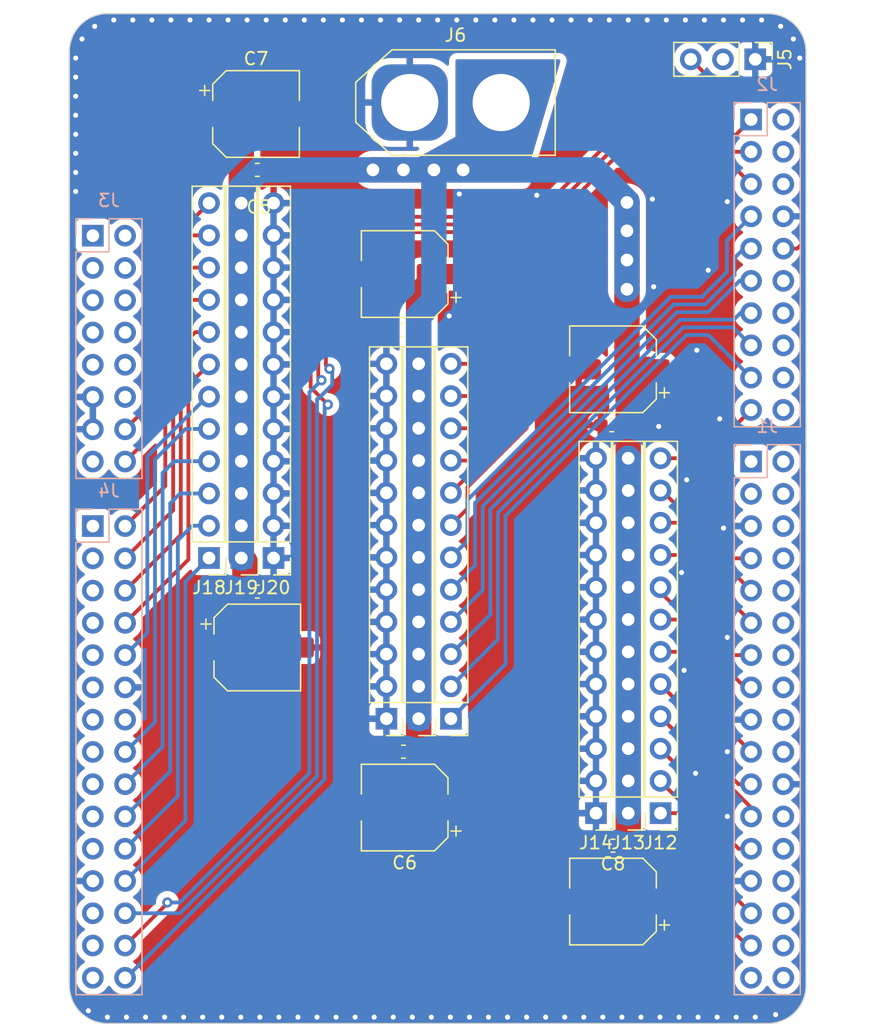
<source format=kicad_pcb>
(kicad_pcb (version 20221018) (generator pcbnew)
  (layers (0 "F.Cu" signal) (31 "B.Cu" signal) (34 "B.Paste" user) (35 "F.Paste" user) (36 "B.SilkS" user "B.Silkscreen") (37 "F.SilkS" user "F.Silkscreen") (38 "B.Mask" user) (39 "F.Mask" user) (44 "Edge.Cuts" user))
  (net 0 "")
  (net 1 "+5V")
  (net 2 "GND")
  (net 8 "Servo11")
  (net 10 "Servo10")
  (net 12 "Servo9")
  (net 14 "Servo8")
  (net 16 "Servo7")
  (net 19 "Servo6")
  (net 21 "Servo5")
  (net 22 "Servo4")
  (net 24 "Servo3")
  (net 27 "Servo2")
  (net 29 "Servo1")
  (net 31 "Air_Pump")
  (net 33 "Servo21")
  (net 35 "Servo20")
  (net 37 "Servo19")
  (net 39 "Servo18")
  (net 40 "Servo17")
  (net 41 "Servo16")
  (net 43 "Servo15")
  (net 45 "Servo14")
  (net 47 "Servo13")
  (net 49 "Servo12")
  (net 62 "Servo36")
  (net 64 "Servo35")
  (net 66 "Servo34")
  (net 68 "Servo33")
  (net 70 "Servo32")
  (net 72 "Servo31")
  (net 74 "Servo30")
  (net 79 "Servo29")
  (net 81 "Servo28")
  (net 83 "Servo27")
  (net 85 "Servo26")
  (net 86 "Servo25")
  (net 88 "Servo24")
  (net 90 "Servo23")
  (net 92 "Servo22")
  (net 93 "PWM_BDLC")
  (footprint "Capacitor_SMD:CP_Elec_6.3x7.7" (layer "F.Cu") (at 118.8 49 180)
    (fp_text reference "C20" hide)
    (fp_text value "100µ")
  )
  (footprint "Capacitor_SMD:C_0603_1608Metric_Pad1.08x0.95mm_HandSolder" (layer "F.Cu") (at 90.8 33.3)
    (fp_text reference "C5")
    (fp_text value "100n")
  )
  (footprint "Capacitor_SMD:CP_Elec_6.3x7.7" (layer "F.Cu") (at 102.4 83.5 180)
    (fp_text reference "C6")
    (fp_text value "100µ")
  )
  (footprint "Connector_PinHeader_2.54mm:PinHeader_1x12_P2.54mm_Vertical" (layer "F.Cu") (at 86.9988 63.8556 180)
    (fp_text reference "J18")
    (fp_text value "Conn_01x12")
  )
  (footprint "Capacitor_SMD:CP_Elec_6.3x7.7" (layer "F.Cu") (at 102.4 41.5 180)
    (fp_text reference "C3" hide)
    (fp_text value "100µ")
  )
  (footprint "Capacitor_SMD:C_0603_1608Metric_Pad1.08x0.95mm_HandSolder" (layer "F.Cu") (at 90.8 66.5)
    (fp_text reference "C1" hide)
    (fp_text value "100n")
  )
  (footprint "Capacitor_SMD:C_0603_1608Metric_Pad1.08x0.95mm_HandSolder" (layer "F.Cu") (at 118.8 86.5 180)
    (fp_text reference "C8")
    (fp_text value "100n")
  )
  (footprint "Capacitor_SMD:C_0603_1608Metric_Pad1.08x0.95mm_HandSolder" (layer "F.Cu") (at 102.2 45.9 180)
    (fp_text reference "C19" hide)
    (fp_text value "100n")
  )
  (footprint "Connector_PinHeader_2.54mm:PinHeader_1x12_P2.54mm_Vertical" (layer "F.Cu") (at 89.5388 63.8556 180)
    (fp_text reference "J19")
    (fp_text value "Conn_01x12")
  )
  (footprint "Connector_PinHeader_2.54mm:PinHeader_1x12_P2.54mm_Vertical" (layer "F.Cu") (at 103.5012 76.5048 180)
    (fp_text reference "J16" hide)
    (fp_text value "Conn_01x12" hide)
  )
  (footprint "Capacitor_SMD:CP_Elec_6.3x7.7" (layer "F.Cu") (at 90.7 28.9)
    (fp_text reference "C7")
    (fp_text value "100µ")
  )
  (footprint "Capacitor_SMD:C_0603_1608Metric_Pad1.08x0.95mm_HandSolder" (layer "F.Cu") (at 102.3 79.1 180)
    (fp_text reference "C4" hide)
    (fp_text value "100n")
  )
  (footprint "Connector_PinHeader_2.54mm:PinHeader_1x12_P2.54mm_Vertical" (layer "F.Cu") (at 106.0412 76.5048 180)
    (fp_text reference "J15" hide)
    (fp_text value "Conn_01x12" hide)
  )
  (footprint "Connector_PinHeader_2.54mm:PinHeader_1x12_P2.54mm_Vertical" (layer "F.Cu") (at 122.54 83.94 180)
    (fp_text reference "J12")
    (fp_text value "Conn_01x12" hide)
  )
  (footprint "Connector_AMASS:AMASS_XT60-M_1x02_P7.20mm_Vertical" (layer "F.Cu") (at 102.8 28)
    (fp_text reference "J6")
    (fp_text value "Conn_01x02")
  )
  (footprint "Connector_PinHeader_2.54mm:PinHeader_1x12_P2.54mm_Vertical" (layer "F.Cu") (at 100.9612 76.5048 180)
    (fp_text reference "J17" hide)
    (fp_text value "Conn_01x12" hide)
  )
  (footprint "Capacitor_SMD:CP_Elec_6.3x7.7" (layer "F.Cu") (at 90.8 70.9)
    (fp_text reference "C2" hide)
    (fp_text value "100µ")
  )
  (footprint "Connector_PinHeader_2.54mm:PinHeader_1x12_P2.54mm_Vertical" (layer "F.Cu") (at 120 83.94 180)
    (fp_text reference "J13")
    (fp_text value "Conn_01x12" hide)
  )
  (footprint "Capacitor_SMD:C_0603_1608Metric_Pad1.08x0.95mm_HandSolder" (layer "F.Cu") (at 118.7 53.4 180)
    (fp_text reference "C21" hide)
    (fp_text value "100n")
  )
  (footprint "Connector_PinHeader_2.54mm:PinHeader_1x12_P2.54mm_Vertical" (layer "F.Cu") (at 92.0788 63.8556 180)
    (fp_text reference "J20")
    (fp_text value "Conn_01x12")
  )
  (footprint "Capacitor_SMD:CP_Elec_6.3x7.7" (layer "F.Cu") (at 118.8 90.9 180)
    (fp_text reference "C22" hide)
    (fp_text value "100µ")
  )
  (footprint "Connector_PinHeader_2.54mm:PinHeader_1x12_P2.54mm_Vertical" (layer "F.Cu") (at 117.46 83.94 180)
    (fp_text reference "J14")
    (fp_text value "Conn_01x12" hide)
  )
  (footprint "Connector_PinHeader_2.54mm:PinHeader_1x03_P2.54mm_Vertical" (layer "F.Cu") (at 130 24.6 -90)
    (fp_text reference "J5")
    (fp_text value "Conn_01x03")
  )
  (footprint "Connector_PinSocket_2.54mm:PinSocket_2x08_P2.54mm_Vertical" (layer "B.Cu") (at 77.851 38.481 180)
    (fp_text reference "J3")
    (fp_text value "Conn_02x08_Odd_Even")
  )
  (footprint "Connector_PinSocket_2.54mm:PinSocket_2x10_P2.54mm_Vertical" (layer "B.Cu") (at 129.671 29.337 180)
    (fp_text reference "J2")
    (fp_text value "Conn_02x10_Odd_Even")
  )
  (footprint "Connector_PinSocket_2.54mm:PinSocket_2x15_P2.54mm_Vertical" (layer "B.Cu") (at 77.851 61.341 180)
    (fp_text reference "J4")
    (fp_text value "Conn_02x15_Odd_Even")
  )
  (footprint "Connector_PinSocket_2.54mm:PinSocket_2x17_P2.54mm_Vertical" (layer "B.Cu") (at 129.671 56.261 180)
    (fp_text reference "J1")
    (fp_text value "Conn_02x17_Odd_Even")
  )
  (gr_line (start 76 24) (end 76 97.5) (stroke (width 0.1)) (layer "Edge.Cuts"))
  (gr_arc (start 79 100.5) (mid 76.87868 99.62132) (end 76 97.5) (stroke (width 0.1)) (layer "Edge.Cuts"))
  (gr_line (start 78.5 21) (end 131 21) (stroke (width 0.1)) (layer "Edge.Cuts"))
  (gr_arc (start 76 24) (mid 76.87868 21.87868) (end 79 21) (stroke (width 0.1)) (layer "Edge.Cuts"))
  (gr_arc (start 134 97.5) (mid 133.12132 99.62132) (end 131 100.5) (stroke (width 0.1)) (layer "Edge.Cuts"))
  (gr_line (start 131 100.5) (end 79 100.5) (stroke (width 0.1)) (layer "Edge.Cuts"))
  (gr_line (start 134 24) (end 134 97.5) (stroke (width 0.1)) (layer "Edge.Cuts"))
  (gr_arc (start 131 21) (mid 133.12132 21.87868) (end 134 24) (stroke (width 0.1)) (layer "Edge.Cuts"))
  (gr_text "T" (at 79 25) (layer "F.Cu") (effects (font (size 1.5 1.5) (thickness 0.3) bold) (justify left bottom)))
  (gr_text "Flute à l'Orgue\nV. LEVESY\nC. BOISSERIE\nM. GUZZO" (at 90.5 98.5) (layer "F.Cu") (effects (font (size 1.5 1.5) (thickness 0.3) bold) (justify left bottom)))
  (gr_text "B" (at 125 98.5) (layer "B.Cu") (effects (font (size 1.5 1.5) (thickness 0.3) bold) (justify left bottom)))
  (segment (start 120 83.94) (end 120 89.4) (width 2) (layer "F.Cu") (net 1))
  (segment (start 89.5388 63.8556) (end 89.5388 61.3156) (width 2) (layer "F.Cu") (net 1))
  (segment (start 120 56) (end 120 50.5) (width 2) (layer "F.Cu") (net 1))
  (segment (start 89.825 64.1418) (end 89.5388 63.8556) (width 2) (layer "F.Cu") (net 1))
  (segment (start 99.9 33.3) (end 107 33.3) (width 2) (layer "F.Cu") (net 1))
  (segment (start 110 30.3) (end 107 33.3) (width 2) (layer "F.Cu") (net 1))
  (segment (start 88.1 70.9) (end 89.825 69.175) (width 2) (layer "F.Cu") (net 1))
  (segment (start 103.5012 48.5648) (end 103.5012 43.0988) (width 2) (layer "F.Cu") (net 1))
  (segment (start 89.5388 35.9156) (end 89.5388 30.4388) (width 2) (layer "F.Cu") (net 1))
  (segment (start 119.9 42.7) (end 119.9 35.8665) (width 2) (layer "F.Cu") (net 1))
  (segment (start 103.5012 81.9012) (end 105.1 83.5) (width 2) (layer "F.Cu") (net 1))
  (segment (start 119.9 42.7) (end 119.9 50.4) (width 2) (layer "F.Cu") (net 1))
  (segment (start 89.5388 30.4388) (end 88 28.9) (width 2) (layer "F.Cu") (net 1))
  (segment (start 120 50.5) (end 121.5 49) (width 2) (layer "F.Cu") (net 1))
  (segment (start 103.5012 76.5048) (end 103.5012 81.9012) (width 2) (layer "F.Cu") (net 1))
  (segment (start 119.9 50.4) (end 120 50.5) (width 2) (layer "F.Cu") (net 1))
  (segment (start 89.5388 61.3156) (end 89.5388 35.9156) (width 2) (layer "F.Cu") (net 1))
  (segment (start 103.5012 43.0988) (end 105.1 41.5) (width 2) (layer "F.Cu") (net 1))
  (segment (start 120 89.4) (end 121.5 90.9) (width 2) (layer "F.Cu") (net 1))
  (segment (start 107 33.3) (end 104.7 33.3) (width 2) (layer "F.Cu") (net 1))
  (segment (start 110 28) (end 110 30.3) (width 2) (layer "F.Cu") (net 1))
  (segment (start 103.5012 76.5048) (end 103.5012 48.5648) (width 2) (layer "F.Cu") (net 1))
  (segment (start 89.825 69.175) (end 89.825 64.1418) (width 2) (layer "F.Cu") (net 1))
  (via (at 99.9 33.3) (size 2) (drill 1) (layers "F.Cu" "B.Cu") (net 1))
  (via (at 119.9 40.4) (size 2) (drill 1) (layers "F.Cu" "B.Cu") (net 1))
  (via (at 102.3 33.3) (size 2) (drill 1) (layers "F.Cu" "B.Cu") (net 1))
  (via (at 119.9 35.8665) (size 2) (drill 1) (layers "F.Cu" "B.Cu") (net 1))
  (via (at 107 33.3) (size 2) (drill 1) (layers "F.Cu" "B.Cu") (net 1))
  (via (at 104.7 33.3) (size 2) (drill 1) (layers "F.Cu" "B.Cu") (net 1))
  (via (at 119.9 38.1) (size 2) (drill 1) (layers "F.Cu" "B.Cu") (net 1))
  (via (at 119.9 42.7) (size 2) (drill 1) (layers "F.Cu" "B.Cu") (net 1))
  (segment (start 89.5388 63.8556) (end 89.5388 35.9156) (width 2) (layer "B.Cu") (net 1))
  (segment (start 120 83.94) (end 120 56) (width 2) (layer "B.Cu") (net 1))
  (segment (start 107 33.3) (end 117.4 33.3) (width 2) (layer "B.Cu") (net 1))
  (segment (start 102.3 33.3) (end 99.9 33.3) (width 2) (layer "B.Cu") (net 1))
  (segment (start 104.7 43.595836) (end 104.7 33.3) (width 2) (layer "B.Cu") (net 1))
  (segment (start 104.7 33.3) (end 107 33.3) (width 2) (layer "B.Cu") (net 1))
  (segment (start 90.952319 33.3) (end 99.9 33.3) (width 2) (layer "B.Cu") (net 1))
  (segment (start 117.4 33.3) (end 119.9 35.8) (width 2) (layer "B.Cu") (net 1))
  (segment (start 104.7 33.3) (end 102.3 33.3) (width 2) (layer "B.Cu") (net 1))
  (segment (start 119.9 40.4) (end 119.9 42.7) (width 2) (layer "B.Cu") (net 1))
  (segment (start 89.5388 34.713519) (end 90.952319 33.3) (width 2) (layer "B.Cu") (net 1))
  (segment (start 89.5388 35.9156) (end 89.5388 34.713519) (width 2) (layer "B.Cu") (net 1))
  (segment (start 103.5012 76.5048) (end 103.5012 48.7148) (width 2) (layer "B.Cu") (net 1))
  (segment (start 119.9 35.8) (end 119.9 38.1) (width 2) (layer "B.Cu") (net 1))
  (segment (start 103.5012 44.794636) (end 104.7 43.595836) (width 2) (layer "B.Cu") (net 1))
  (segment (start 103.5012 48.5648) (end 103.5012 44.794636) (width 2) (layer "B.Cu") (net 1))
  (segment (start 119.9 38.1) (end 119.9 35.8665) (width 2) (layer "B.Cu") (net 1))
  (segment (start 119.9 40.4) (end 119.9 38.1) (width 2) (layer "B.Cu") (net 1))
  (segment (start 92.55761 36.01719) (end 92.55761 36.22039) (width 0.3) (layer "F.Cu") (net 2))
  (via (at 124.5 21.5) (size 0.8) (drill 0.4) (layers "F.Cu" "B.Cu") (net 2))
  (via (at 79 100) (size 0.8) (drill 0.4) (layers "F.Cu" "B.Cu") (net 2))
  (via (at 92.5 100) (size 0.8) (drill 0.4) (layers "F.Cu" "B.Cu") (net 2))
  (via (at 120 21.5) (size 0.8) (drill 0.4) (layers "F.Cu" "B.Cu") (net 2))
  (via (at 93 21.5) (size 0.8) (drill 0.4) (layers "F.Cu" "B.Cu") (net 2))
  (via (at 125.3 80.8) (size 0.8) (drill 0.4) (layers "F.Cu" "B.Cu") (net 2))
  (via (at 81 21.5) (size 0.8) (drill 0.4) (layers "F.Cu" "B.Cu") (net 2))
  (via (at 126.3 41.2) (size 0.8) (drill 0.4) (layers "F.Cu" "B.Cu") (net 2))
  (via (at 129 21.5) (size 0.8) (drill 0.4) (layers "F.Cu" "B.Cu") (net 2))
  (via (at 111 21.5) (size 0.8) (drill 0.4) (layers "F.Cu" "B.Cu") (net 2))
  (via (at 132 22) (size 0.8) (drill 0.4) (layers "F.Cu" "B.Cu") (net 2))
  (via (at 104.5 100) (size 0.8) (drill 0.4) (layers "F.Cu" "B.Cu") (net 2))
  (via (at 102 21.5) (size 0.8) (drill 0.4) (layers "F.Cu" "B.Cu") (net 2))
  (via (at 112 100) (size 0.8) (drill 0.4) (layers "F.Cu" "B.Cu") (net 2))
  (via (at 130.5 21.5) (size 0.8) (drill 0.4) (layers "F.Cu" "B.Cu") (net 2))
  (via (at 127.5 61.5) (size 0.8) (drill 0.4) (layers "F.Cu" "B.Cu") (net 2))
  (via (at 113.5 100) (size 0.8) (drill 0.4) (layers "F.Cu" "B.Cu") (net 2))
  (via (at 78 22) (size 0.8) (drill 0.4) (layers "F.Cu" "B.Cu") (net 2))
  (via (at 124.2 65) (size 0.8) (drill 0.4) (layers "F.Cu" "B.Cu") (net 2))
  (via (at 87 21.5) (size 0.8) (drill 0.4) (layers "F.Cu" "B.Cu") (net 2))
  (via (at 83.5 100) (size 0.8) (drill 0.4) (layers "F.Cu" "B.Cu") (net 2))
  (via (at 109 100) (size 0.8) (drill 0.4) (layers "F.Cu" "B.Cu") (net 2))
  (via (at 76.5 35) (size 0.8) (drill 0.4) (layers "F.Cu" "B.Cu") (net 2))
  (via (at 115 100) (size 0.8) (drill 0.4) (layers "F.Cu" "B.Cu") (net 2))
  (via (at 127 100) (size 0.8) (drill 0.4) (layers "F.Cu" "B.Cu") (net 2))
  (via (at 130 100) (size 0.8) (drill 0.4) (layers "F.Cu" "B.Cu") (net 2))
  (via (at 82 100) (size 0.8) (drill 0.4) (layers "F.Cu" "B.Cu") (net 2))
  (via (at 124.4 72.7) (size 0.8) (drill 0.4) (layers "F.Cu" "B.Cu") (net 2))
  (via (at 90 21.5) (size 0.8) (drill 0.4) (layers "F.Cu" "B.Cu") (net 2))
  (via (at 121.9 35.6) (size 0.8) (drill 0.4) (layers "F.Cu" "B.Cu") (net 2))
  (via (at 114 21.5) (size 0.8) (drill 0.4) (layers "F.Cu" "B.Cu") (net 2))
  (via (at 125.4 47.5) (size 0.8) (drill 0.4) (layers "F.Cu" "B.Cu") (net 2))
  (via (at 119.5 100) (size 0.8) (drill 0.4) (layers "F.Cu" "B.Cu") (net 2))
  (via (at 127.2 52.9) (size 0.8) (drill 0.4) (layers "F.Cu" "B.Cu") (net 2))
  (via (at 88.5 21.5) (size 0.8) (drill 0.4) (layers "F.Cu" "B.Cu") (net 2))
  (via (at 100 100) (size 0.8) (drill 0.4) (layers "F.Cu" "B.Cu") (net 2))
  (via (at 94.5 21.5) (size 0.8) (drill 0.4) (layers "F.Cu" "B.Cu") (net 2))
  (via (at 100.5 21.5) (size 0.8) (drill 0.4) (layers "F.Cu" "B.Cu") (net 2))
  (via (at 124.6 57.7) (size 0.8) (drill 0.4) (layers "F.Cu" "B.Cu") (net 2))
  (via (at 94 100) (size 0.8) (drill 0.4) (layers "F.Cu" "B.Cu") (net 2))
  (via (at 85 100) (size 0.8) (drill 0.4) (layers "F.Cu" "B.Cu") (net 2))
  (via (at 118.5 21.5) (size 0.8) (drill 0.4) (layers "F.Cu" "B.Cu") (net 2))
  (via (at 97.5 21.5) (size 0.8) (drill 0.4) (layers "F.Cu" "B.Cu") (net 2))
  (via (at 133 23) (size 0.8) (drill 0.4) (layers "F.Cu" "B.Cu") (net 2))
  (via (at 110.5 100) (size 0.8) (drill 0.4) (layers "F.Cu" "B.Cu") (net 2))
  (via (at 103.5 21.5) (size 0.8) (drill 0.4) (layers "F.Cu" "B.Cu") (net 2))
  (via (at 99 21.5) (size 0.8) (drill 0.4) (layers "F.Cu" "B.Cu") (net 2))
  (via (at 84 21.5) (size 0.8) (drill 0.4) (layers "F.Cu" "B.Cu") (net 2))
  (via (at 105 21.5) (size 0.8) (drill 0.4) (layers "F.Cu" "B.Cu") (net 2))
  (via (at 85.5 21.5) (size 0.8) (drill 0.4) (layers "F.Cu" "B.Cu") (net 2))
  (via (at 122.4 53.5) (size 0.8) (drill 0.4) (layers "F.Cu" "B.Cu") (net 2))
  (via (at 86.5 100) (size 0.8) (drill 0.4) (layers "F.Cu" "B.Cu") (net 2))
  (via (at 127.8 84.2) (size 0.8) (drill 0.4) (layers "F.Cu" "B.Cu") (net 2))
  (via (at 124 100) (size 0.8) (drill 0.4) (layers "F.Cu" "B.Cu") (net 2))
  (via (at 80.5 100) (size 0.8) (drill 0.4) (layers "F.Cu" "B.Cu") (net 2))
  (via (at 133.5 24.5) (size 0.8) (drill 0.4) (layers "F.Cu" "B.Cu") (net 2))
  (via (at 118 100) (size 0.8) (drill 0.4) (layers "F.Cu" "B.Cu") (net 2))
  (via (at 76.5 33.5) (size 0.8) (drill 0.4) (layers "F.Cu" "B.Cu") (net 2))
  (via (at 128.5 100) (size 0.8) (drill 0.4) (layers "F.Cu" "B.Cu") (net 2))
  (via (at 107.5 100) (size 0.8) (drill 0.4) (layers "F.Cu" "B.Cu") (net 2))
  (via (at 127.5 21.5) (size 0.8) (drill 0.4) (layers "F.Cu" "B.Cu") (net 2))
  (via (at 127.8 79.1) (size 0.8) (drill 0.4) (layers "F.Cu" "B.Cu") (net 2))
  (via (at 76.5 29) (size 0.8) (drill 0.4) (layers "F.Cu" "B.Cu") (net 2))
  (via (at 106 100) (size 0.8) (drill 0.4) (layers "F.Cu" "B.Cu") (net 2))
  (via (at 109.5 21.5) (size 0.8) (drill 0.4) (layers "F.Cu" "B.Cu") (net 2))
  (via (at 79.5 21.5) (size 0.8) (drill 0.4) (layers "F.Cu" "B.Cu") (net 2))
  (via (at 82.5 21.5) (size 0.8) (drill 0.4) (layers "F.Cu" "B.Cu") (net 2))
  (via (at 91.5 21.5) (size 0.8) (drill 0.4) (layers "F.Cu" "B.Cu") (net 2))
  (via (at 95.5 100) (size 0.8) (drill 0.4) (layers "F.Cu" "B.Cu") (net 2))
  (via (at 108 21.5) (size 0.8) (drill 0.4) (layers "F.Cu" "B.Cu") (net 2))
  (via (at 106.7 35.2) (size 0.8) (drill 0.4) (layers "F.Cu" "B.Cu") (net 2))
  (via (at 77 23) (size 0.8) (drill 0.4) (layers "F.Cu" "B.Cu") (net 2))
  (via (at 131.6 99.8) (size 0.8) (drill 0.4) (layers "F.Cu" "B.Cu") (net 2))
  (via (at 122 42.5) (size 0.8) (drill 0.4) (layers "F.Cu" "B.Cu") (net 2))
  (via (at 76.5 26) (size 0.8) (drill 0.4) (layers "F.Cu" "B.Cu") (net 2))
  (via (at 112.5 21.5) (size 0.8) (drill 0.4) (layers "F.Cu" "B.Cu") (net 2))
  (via (at 117 21.5) (size 0.8) (drill 0.4) (layers "F.Cu" "B.Cu") (net 2))
  (via (at 123 21.5) (size 0.8) (drill 0.4) (layers "F.Cu" "B.Cu") (net 2))
  (via (at 122.5 100) (size 0.8) (drill 0.4) (layers "F.Cu" "B.Cu") (net 2))
  (via (at 89.5 100) (size 0.8) (drill 0.4) (layers "F.Cu" "B.Cu") (net 2))
  (via (at 121.5 21.5) (size 0.8) (drill 0.4) (layers "F.Cu" "B.Cu") (net 2))
  (via (at 106.5 21.5) (size 0.8) (drill 0.4) (layers "F.Cu" "B.Cu") (net 2))
  (via (at 121 100) (size 0.8) (drill 0.4) (layers "F.Cu" "B.Cu") (net 2))
  (via (at 126 21.5) (size 0.8) (drill 0.4) (layers "F.Cu" "B.Cu") (net 2))
  (via (at 98.5 100) (size 0.8) (drill 0.4) (layers "F.Cu" "B.Cu") (net 2))
  (via (at 88 100) (size 0.8) (drill 0.4) (layers "F.Cu" "B.Cu") (net 2))
  (via (at 77.5 99.5) (size 0.8) (drill 0.4) (layers "F.Cu" "B.Cu") (net 2))
  (via (at 105.9 44.8) (size 0.8) (drill 0.4) (layers "F.Cu" "B.Cu") (net 2))
  (via (at 76.5 30.5) (size 0.8) (drill 0.4) (layers "F.Cu" "B.Cu") (net 2))
  (via (at 97 100) (size 0.8) (drill 0.4) (layers "F.Cu" "B.Cu") (net 2))
  (via (at 127.8 35.8) (size 0.8) (drill 0.4) (layers "F.Cu" "B.Cu") (net 2))
  (via (at 127.8 70.1) (size 0.8) (drill 0.4) (layers "F.Cu" "B.Cu") (net 2))
  (via (at 103 100) (size 0.8) (drill 0.4) (layers "F.Cu" "B.Cu") (net 2))
  (via (at 76.5 24.5) (size 0.8) (drill 0.4) (layers "F.Cu" "B.Cu") (net 2))
  (via (at 76.5 27.5) (size 0.8) (drill 0.4) (layers "F.Cu" "B.Cu") (net 2))
  (via (at 96 21.5) (size 0.8) (drill 0.4) (layers "F.Cu" "B.Cu") (net 2))
  (via (at 115.5 21.5) (size 0.8) (drill 0.4) (layers "F.Cu" "B.Cu") (net 2))
  (via (at 125.5 100) (size 0.8) (drill 0.4) (layers "F.Cu" "B.Cu") (net 2))
  (via (at 101.5 100) (size 0.8) (drill 0.4) (layers "F.Cu" "B.Cu") (net 2))
  (via (at 116.5 100) (size 0.8) (drill 0.4) (layers "F.Cu" "B.Cu") (net 2))
  (via (at 76.5 32) (size 0.8) (drill 0.4) (layers "F.Cu" "B.Cu") (net 2))
  (via (at 91 100) (size 0.8) (drill 0.4) (layers "F.Cu" "B.Cu") (net 2))
  (via (at 112.8 35.3) (size 0.8) (drill 0.4) (layers "F.Cu" "B.Cu") (net 2))
  (segment (start 127.979528 63.881) (end 129.671 63.881) (width 0.3) (layer "F.Cu") (net 8))
  (segment (start 122.638528 58.54) (end 127.979528 63.881) (width 0.3) (layer "F.Cu") (net 8))
  (segment (start 122.5 58.54) (end 122.638528 58.54) (width 0.3) (layer "F.Cu") (net 8))
  (segment (start 124.33 61.08) (end 129.671 66.421) (width 0.3) (layer "F.Cu") (net 10))
  (segment (start 122.5 61.08) (end 124.33 61.08) (width 0.3) (layer "F.Cu") (net 10))
  (segment (start 128 65.598528) (end 128 67.221) (width 0.3) (layer "F.Cu") (net 12))
  (segment (start 128 67.221) (end 129.671 68.892) (width 0.3) (layer "F.Cu") (net 12))
  (segment (start 122.5 63.62) (end 126.021472 63.62) (width 0.3) (layer "F.Cu") (net 12))
  (segment (start 129.671 68.892) (end 129.671 68.961) (width 0.3) (layer "F.Cu") (net 12))
  (segment (start 126.021472 63.62) (end 128 65.598528) (width 0.3) (layer "F.Cu") (net 12))
  (segment (start 122.5 66.5) (end 127.501 71.501) (width 0.3) (layer "F.Cu") (net 14))
  (segment (start 122.5 66.16) (end 122.5 66.5) (width 0.3) (layer "F.Cu") (net 14))
  (segment (start 127.501 71.501) (end 129.671 71.501) (width 0.3) (layer "F.Cu") (net 14))
  (segment (start 129.192472 74.041) (end 129.671 74.041) (width 0.3) (layer "F.Cu") (net 16))
  (segment (start 123.851472 68.7) (end 129.192472 74.041) (width 0.3) (layer "F.Cu") (net 16))
  (segment (start 122.5 68.7) (end 123.851472 68.7) (width 0.3) (layer "F.Cu") (net 16))
  (segment (start 122.5 71.24) (end 125.542944 71.24) (width 0.3) (layer "F.Cu") (net 19))
  (segment (start 128 73.697056) (end 128 77.45) (width 0.3) (layer "F.Cu") (net 19))
  (segment (start 125.542944 71.24) (end 128 73.697056) (width 0.3) (layer "F.Cu") (net 19))
  (segment (start 128 77.45) (end 129.671 79.121) (width 0.3) (layer "F.Cu") (net 19))
  (segment (start 124 75.28) (end 124 76.97995) (width 0.3) (layer "F.Cu") (net 21))
  (segment (start 122.5 73.78) (end 124 75.28) (width 0.3) (layer "F.Cu") (net 21))
  (segment (start 124 76.97995) (end 128.68105 81.661) (width 0.3) (layer "F.Cu") (net 21))
  (segment (start 128.68105 81.661) (end 129.671 81.661) (width 0.3) (layer "F.Cu") (net 21))
  (segment (start 122.8644 73.2276) (end 122.8644 73.126522) (width 0.3) (layer "B.Cu") (net 21))
  (segment (start 122.5 76.32) (end 122.5 76.328478) (width 0.3) (layer "F.Cu") (net 22))
  (segment (start 129.671 83.499478) (end 129.671 84.201) (width 0.3) (layer "F.Cu") (net 22))
  (segment (start 122.5 76.328478) (end 129.671 83.499478) (width 0.3) (layer "F.Cu") (net 22))
  (segment (start 124.2 82.251472) (end 128.689528 86.741) (width 0.3) (layer "F.Cu") (net 24))
  (segment (start 124.2 80.56) (end 124.2 82.251472) (width 0.3) (layer "F.Cu") (net 24))
  (segment (start 128.689528 86.741) (end 129.671 86.741) (width 0.3) (layer "F.Cu") (net 24))
  (segment (start 122.5 78.86) (end 124.2 80.56) (width 0.3) (layer "F.Cu") (net 24))
  (segment (start 126.5 88.65) (end 129.671 91.821) (width 0.3) (layer "F.Cu") (net 27))
  (segment (start 122.5 81.4) (end 126.5 85.4) (width 0.3) (layer "F.Cu") (net 27))
  (segment (start 126.5 85.4) (end 126.5 88.65) (width 0.3) (layer "F.Cu") (net 27))
  (segment (start 122.5 83.94) (end 124.191472 83.94) (width 0.3) (layer "F.Cu") (net 29))
  (segment (start 125.9 85.648528) (end 125.9 88.898528) (width 0.3) (layer "F.Cu") (net 29))
  (segment (start 129.361 94.361) (end 129.671 94.361) (width 0.3) (layer "F.Cu") (net 29))
  (segment (start 128 90.998528) (end 128 93) (width 0.3) (layer "F.Cu") (net 29))
  (segment (start 128 93) (end 129.361 94.361) (width 0.3) (layer "F.Cu") (net 29))
  (segment (start 125.9 88.898528) (end 128 90.998528) (width 0.3) (layer "F.Cu") (net 29))
  (segment (start 124.191472 83.94) (end 125.9 85.648528) (width 0.3) (layer "F.Cu") (net 29))
  (segment (start 118.323 31.277) (end 127.731 31.277) (width 0.3) (layer "F.Cu") (net 33))
  (segment (start 107.732672 56.1848) (end 110.8 53.117472) (width 0.3) (layer "F.Cu") (net 33))
  (segment (start 127.731 31.277) (end 129.671 29.337) (width 0.3) (layer "F.Cu") (net 33))
  (segment (start 110.8 53.117472) (end 110.8 38.8) (width 0.3) (layer "F.Cu") (net 33))
  (segment (start 106.0412 56.1848) (end 107.732672 56.1848) (width 0.3) (layer "F.Cu") (net 33))
  (segment (start 110.8 38.8) (end 118.323 31.277) (width 0.3) (layer "F.Cu") (net 33))
  (segment (start 111.4 53.366) (end 111.4 39.048528) (width 0.3) (layer "F.Cu") (net 35))
  (segment (start 111.4 39.048528) (end 118.571528 31.877) (width 0.3) (layer "F.Cu") (net 35))
  (segment (start 106.0412 58.7248) (end 111.4 53.366) (width 0.3) (layer "F.Cu") (net 35))
  (segment (start 118.571528 31.877) (end 129.671 31.877) (width 0.3) (layer "F.Cu") (net 35))
  (segment (start 118.820056 32.477) (end 127.731 32.477) (width 0.3) (layer "F.Cu") (net 37))
  (segment (start 107.3412 58.273328) (end 112 53.614528) (width 0.3) (layer "F.Cu") (net 37))
  (segment (start 112 53.614528) (end 112 39.297056) (width 0.3) (layer "F.Cu") (net 37))
  (segment (start 127.731 32.477) (end 129.671 34.417) (width 0.3) (layer "F.Cu") (net 37))
  (segment (start 107.3412 59.9648) (end 107.3412 58.273328) (width 0.3) (layer "F.Cu") (net 37))
  (segment (start 106.0412 61.2648) (end 107.3412 59.9648) (width 0.3) (layer "F.Cu") (net 37))
  (segment (start 112 39.297056) (end 118.820056 32.477) (width 0.3) (layer "F.Cu") (net 37))
  (segment (start 123.328 43.3) (end 125.802944 43.3) (width 0.3) (layer "B.Cu") (net 39))
  (segment (start 107.3412 62.5048) (end 107.3412 59.2868) (width 0.3) (layer "B.Cu") (net 39))
  (segment (start 127.771 38.857) (end 129.671 36.957) (width 0.3) (layer "B.Cu") (net 39))
  (segment (start 106.0412 63.8048) (end 107.3412 62.5048) (width 0.3) (layer "B.Cu") (net 39))
  (segment (start 107.3412 59.2868) (end 123.328 43.3) (width 0.3) (layer "B.Cu") (net 39))
  (segment (start 127.771 41.331944) (end 127.771 38.857) (width 0.3) (layer "B.Cu") (net 39))
  (segment (start 125.802944 43.3) (end 127.771 41.331944) (width 0.3) (layer "B.Cu") (net 39))
  (segment (start 107.9412 64.4448) (end 107.9412 59.535328) (width 0.3) (layer "B.Cu") (net 40))
  (segment (start 128.371 40.229) (end 129.103 39.497) (width 0.3) (layer "B.Cu") (net 40))
  (segment (start 106.0412 66.3448) (end 107.9412 64.4448) (width 0.3) (layer "B.Cu") (net 40))
  (segment (start 126.051472 43.9) (end 128.371 41.580472) (width 0.3) (layer "B.Cu") (net 40))
  (segment (start 123.576528 43.9) (end 126.051472 43.9) (width 0.3) (layer "B.Cu") (net 40))
  (segment (start 107.9412 59.535328) (end 123.576528 43.9) (width 0.3) (layer "B.Cu") (net 40))
  (segment (start 129.103 39.497) (end 129.671 39.497) (width 0.3) (layer "B.Cu") (net 40))
  (segment (start 128.371 41.580472) (end 128.371 40.229) (width 0.3) (layer "B.Cu") (net 40))
  (segment (start 108.5412 66.3848) (end 108.5412 59.783856) (width 0.3) (layer "B.Cu") (net 41))
  (segment (start 129.671 42.541) (end 129.671 42.037) (width 0.3) (layer "B.Cu") (net 41))
  (segment (start 123.825056 44.5) (end 126.3 44.5) (width 0.3) (layer "B.Cu") (net 41))
  (segment (start 108.5412 59.783856) (end 123.825056 44.5) (width 0.3) (layer "B.Cu") (net 41))
  (segment (start 106.0412 68.8848) (end 108.5412 66.3848) (width 0.3) (layer "B.Cu") (net 41))
  (segment (start 128.763 42.037) (end 129.671 42.037) (width 0.3) (layer "B.Cu") (net 41))
  (segment (start 126.3 44.5) (end 128.763 42.037) (width 0.3) (layer "B.Cu") (net 41))
  (segment (start 124.073584 45.1) (end 128.3 45.1) (width 0.3) (layer "B.Cu") (net 43))
  (segment (start 109.1412 60.032384) (end 124.073584 45.1) (width 0.3) (layer "B.Cu") (net 43))
  (segment (start 106.0412 71.4248) (end 109.1412 68.3248) (width 0.3) (layer "B.Cu") (net 43))
  (segment (start 128.823 44.577) (end 129.671 44.577) (width 0.3) (layer "B.Cu") (net 43))
  (segment (start 109.1412 68.3248) (end 109.1412 60.032384) (width 0.3) (layer "B.Cu") (net 43))
  (segment (start 128.3 45.1) (end 128.823 44.577) (width 0.3) (layer "B.Cu") (net 43))
  (segment (start 128.254 45.7) (end 129.671 47.117) (width 0.3) (layer "B.Cu") (net 45))
  (segment (start 106.0412 73.9648) (end 109.7412 70.2648) (width 0.3) (layer "B.Cu") (net 45))
  (segment (start 124.322112 45.7) (end 128.254 45.7) (width 0.3) (layer "B.Cu") (net 45))
  (segment (start 109.7412 70.2648) (end 109.7412 60.280912) (width 0.3) (layer "B.Cu") (net 45))
  (segment (start 109.7412 60.280912) (end 124.322112 45.7) (width 0.3) (layer "B.Cu") (net 45))
  (segment (start 126.314 46.3) (end 129.671 49.657) (width 0.3) (layer "B.Cu") (net 47))
  (segment (start 110.3412 60.52944) (end 124.57064 46.3) (width 0.3) (layer "B.Cu") (net 47))
  (segment (start 106.0412 76.5048) (end 110.3412 72.2048) (width 0.3) (layer "B.Cu") (net 47))
  (segment (start 110.3412 72.2048) (end 110.3412 60.52944) (width 0.3) (layer "B.Cu") (net 47))
  (segment (start 124.57064 46.3) (end 126.314 46.3) (width 0.3) (layer "B.Cu") (net 47))
  (segment (start 122.5 56) (end 124.5 56) (width 0.3) (layer "F.Cu") (net 49))
  (segment (start 124.5 56) (end 126.5 54) (width 0.3) (layer "F.Cu") (net 49))
  (segment (start 126.5 54) (end 127.868 54) (width 0.3) (layer "F.Cu") (net 49))
  (segment (start 127.868 54) (end 129.671 52.197) (width 0.3) (layer "F.Cu") (net 49))
  (segment (start 82.3564 40.558) (end 82.3564 51.7556) (width 0.3) (layer "F.Cu") (net 62))
  (segment (start 82.3564 51.7556) (end 80.391 53.721) (width 0.3) (layer "F.Cu") (net 62))
  (segment (start 86.9988 35.9156) (end 82.3564 40.558) (width 0.3) (layer "F.Cu") (net 62))
  (segment (start 82.9564 53.6956) (end 80.391 56.261) (width 0.3) (layer "F.Cu") (net 64))
  (segment (start 82.9564 40.806528) (end 82.9564 53.6956) (width 0.3) (layer "F.Cu") (net 64))
  (segment (start 86.9988 38.4556) (end 85.307328 38.4556) (width 0.3) (layer "F.Cu") (net 64))
  (segment (start 85.307328 38.4556) (end 82.9564 40.806528) (width 0.3) (layer "F.Cu") (net 64))
  (segment (start 83.5564 58.1756) (end 80.391 61.341) (width 0.3) (layer "F.Cu") (net 66))
  (segment (start 85.5044 40.9956) (end 83.5564 42.9436) (width 0.3) (layer "F.Cu") (net 66))
  (segment (start 86.9988 40.9956) (end 85.5044 40.9956) (width 0.3) (layer "F.Cu") (net 66))
  (segment (start 83.5564 42.9436) (end 83.5564 58.1756) (width 0.3) (layer "F.Cu") (net 66))
  (segment (start 84.1756 60.0964) (end 80.391 63.881) (width 0.3) (layer "F.Cu") (net 68))
  (segment (start 84.1756 44.3244) (end 84.1756 60.0964) (width 0.3) (layer "F.Cu") (net 68))
  (segment (start 84.9644 43.5356) (end 84.1756 44.3244) (width 0.3) (layer "F.Cu") (net 68))
  (segment (start 86.9988 43.5356) (end 84.9644 43.5356) (width 0.3) (layer "F.Cu") (net 68))
  (segment (start 86.9988 46.0756) (end 85.9244 46.0756) (width 0.3) (layer "F.Cu") (net 70))
  (segment (start 84.7756 47.2244) (end 84.7756 62.0364) (width 0.3) (layer "F.Cu") (net 70))
  (segment (start 84.7756 62.0364) (end 80.391 66.421) (width 0.3) (layer "F.Cu") (net 70))
  (segment (start 85.9244 46.0756) (end 84.7756 47.2244) (width 0.3) (layer "F.Cu") (net 70))
  (segment (start 85.3756 50.2388) (end 85.3756 63.9764) (width 0.3) (layer "F.Cu") (net 72))
  (segment (start 86.9988 48.6156) (end 85.3756 50.2388) (width 0.3) (layer "F.Cu") (net 72))
  (segment (start 85.3756 63.9764) (end 80.391 68.961) (width 0.3) (layer "F.Cu") (net 72))
  (segment (start 86.8444 51.1556) (end 82.1436 55.8564) (width 0.3) (layer "B.Cu") (net 74))
  (segment (start 82.1436 69.7484) (end 80.391 71.501) (width 0.3) (layer "B.Cu") (net 74))
  (segment (start 86.9988 51.1556) (end 86.8444 51.1556) (width 0.3) (layer "B.Cu") (net 74))
  (segment (start 82.1436 55.8564) (end 82.1436 69.7484) (width 0.3) (layer "B.Cu") (net 74))
  (segment (start 82.7436 56.104928) (end 82.7436 76.7684) (width 0.3) (layer "B.Cu") (net 79))
  (segment (start 85.152928 53.6956) (end 82.7436 56.104928) (width 0.3) (layer "B.Cu") (net 79))
  (segment (start 82.7436 76.7684) (end 80.391 79.121) (width 0.3) (layer "B.Cu") (net 79))
  (segment (start 86.9988 53.6956) (end 85.152928 53.6956) (width 0.3) (layer "B.Cu") (net 79))
  (segment (start 83.3436 57.1564) (end 83.3436 78.7084) (width 0.3) (layer "B.Cu") (net 81))
  (segment (start 84.2644 56.2356) (end 83.3436 57.1564) (width 0.3) (layer "B.Cu") (net 81))
  (segment (start 86.9988 56.2356) (end 84.2644 56.2356) (width 0.3) (layer "B.Cu") (net 81))
  (segment (start 83.3436 78.7084) (end 80.391 81.661) (width 0.3) (layer "B.Cu") (net 81))
  (segment (start 83.9436 80.6484) (end 80.391 84.201) (width 0.3) (layer "B.Cu") (net 83))
  (segment (start 84.7244 58.7756) (end 83.9436 59.5564) (width 0.3) (layer "B.Cu") (net 83))
  (segment (start 83.9436 59.5564) (end 83.9436 80.6484) (width 0.3) (layer "B.Cu") (net 83))
  (segment (start 86.9988 58.7756) (end 84.7244 58.7756) (width 0.3) (layer "B.Cu") (net 83))
  (segment (start 84.5436 62.4564) (end 84.5436 82.5884) (width 0.3) (layer "B.Cu") (net 85))
  (segment (start 84.5436 82.5884) (end 80.391 86.741) (width 0.3) (layer "B.Cu") (net 85))
  (segment (start 85.6844 61.3156) (end 84.5436 62.4564) (width 0.3) (layer "B.Cu") (net 85))
  (segment (start 86.9988 61.3156) (end 85.6844 61.3156) (width 0.3) (layer "B.Cu") (net 85))
  (segment (start 85.1436 84.5284) (end 80.391 89.281) (width 0.3) (layer "B.Cu") (net 86))
  (segment (start 85.1436 65.7108) (end 85.1436 84.5284) (width 0.3) (layer "B.Cu") (net 86))
  (segment (start 86.9988 63.8556) (end 85.1436 65.7108) (width 0.3) (layer "B.Cu") (net 86))
  (segment (start 109 40.497056) (end 109 48) (width 0.3) (layer "F.Cu") (net 88))
  (segment (start 98.5 38.2) (end 106.702944 38.2) (width 0.3) (layer "F.Cu") (net 88))
  (segment (start 108.4352 48.5648) (end 106.0412 48.5648) (width 0.3) (layer "F.Cu") (net 88))
  (segment (start 96.2 48.681996) (end 96.2 40.5) (width 0.3) (layer "F.Cu") (net 88))
  (segment (start 96.477613 48.959609) (end 96.2 48.681996) (width 0.3) (layer "F.Cu") (net 88))
  (segment (start 106.702944 38.2) (end 109 40.497056) (width 0.3) (layer "F.Cu") (net 88))
  (segment (start 96.2 40.5) (end 98.5 38.2) (width 0.3) (layer "F.Cu") (net 88))
  (segment (start 109 48) (end 108.4352 48.5648) (width 0.3) (layer "F.Cu") (net 88))
  (via (at 96.477613 48.959609) (size 0.8) (drill 0.4) (layers "F.Cu" "B.Cu") (net 88))
  (segment (start 95.5 51.348528) (end 95.5 81.03) (width 0.3) (layer "B.Cu") (net 88))
  (segment (start 84.709 91.821) (end 80.391 91.821) (width 0.3) (layer "B.Cu") (net 88))
  (segment (start 96.6995 49.181496) (end 96.477613 48.959609) (width 0.3) (layer "B.Cu") (net 88))
  (segment (start 96.6995 50.21412) (end 96.6995 49.181496) (width 0.3) (layer "B.Cu") (net 88))
  (segment (start 95.565092 51.348528) (end 96.6995 50.21412) (width 0.3) (layer "B.Cu") (net 88))
  (segment (start 95.5 81.03) (end 84.709 91.821) (width 0.3) (layer "B.Cu") (net 88))
  (segment (start 95.5 51.348528) (end 95.565092 51.348528) (width 0.3) (layer "B.Cu") (net 88))
  (segment (start 95.6 40.248528) (end 98.248528 37.6) (width 0.3) (layer "F.Cu") (net 90))
  (segment (start 98.248528 37.6) (end 106.951472 37.6) (width 0.3) (layer "F.Cu") (net 90))
  (segment (start 95.811538 49.9) (end 95.6 49.9) (width 0.3) (layer "F.Cu") (net 90))
  (segment (start 83.7184 91.0336) (end 80.391 94.361) (width 0.3) (layer "F.Cu") (net 90))
  (segment (start 109.6 49.5) (end 107.9952 51.1048) (width 0.3) (layer "F.Cu") (net 90))
  (segment (start 95.6 49.9) (end 95.6 40.248528) (width 0.3) (layer "F.Cu") (net 90))
  (segment (start 83.7184 90.9715) (end 83.7184 91.0336) (width 0.3) (layer "F.Cu") (net 90))
  (segment (start 109.6 40.248528) (end 109.6 49.5) (width 0.3) (layer "F.Cu") (net 90))
  (segment (start 106.951472 37.6) (end 109.6 40.248528) (width 0.3) (layer "F.Cu") (net 90))
  (segment (start 95.8495 49.862038) (end 95.811538 49.9) (width 0.3) (layer "F.Cu") (net 90))
  (segment (start 107.9952 51.1048) (end 106.0412 51.1048) (width 0.3) (layer "F.Cu") (net 90))
  (via (at 83.7184 90.9715) (size 0.8) (drill 0.4) (layers "F.Cu" "B.Cu") (net 90))
  (via (at 95.8495 49.862038) (size 0.8) (drill 0.4) (layers "F.Cu" "B.Cu") (net 90))
  (segment (start 83.7184 90.9715) (end 84.709972 90.9715) (width 0.3) (layer "B.Cu") (net 90))
  (segment (start 94.9 50.811538) (end 95.8495 49.862038) (width 0.3) (layer "B.Cu") (net 90))
  (segment (start 84.709972 90.9715) (end 94.9 80.781472) (width 0.3) (layer "B.Cu") (net 90))
  (segment (start 94.9 80.781472) (end 94.9 51.5) (width 0.3) (layer "B.Cu") (net 90))
  (segment (start 94.9 51.5) (end 94.9 50.811538) (width 0.3) (layer "B.Cu") (net 90))
  (segment (start 95 40) (end 95 50.425452) (width 0.3) (layer "F.Cu") (net 92))
  (segment (start 98 37) (end 95 40) (width 0.3) (layer "F.Cu") (net 92))
  (segment (start 110.2 50.8) (end 110.2 40) (width 0.3) (layer "F.Cu") (net 92))
  (segment (start 106.0412 53.6448) (end 107.3552 53.6448) (width 0.3) (layer "F.Cu") (net 92))
  (segment (start 107.2 37) (end 98 37) (width 0.3) (layer "F.Cu") (net 92))
  (segment (start 107.3552 53.6448) (end 110.2 50.8) (width 0.3) (layer "F.Cu") (net 92))
  (segment (start 110.2 40) (end 107.2 37) (width 0.3) (layer "F.Cu") (net 92))
  (segment (start 95 50.425452) (end 96.3495 51.774952) (width 0.3) (layer "F.Cu") (net 92))
  (via (at 96.3495 51.774952) (size 0.8) (drill 0.4) (layers "F.Cu" "B.Cu") (net 92))
  (segment (start 80.477528 96.901) (end 80.391 96.901) (width 0.3) (layer "B.Cu") (net 92))
  (segment (start 96.3495 51.774952) (end 96.1 52.024452) (width 0.3) (layer "B.Cu") (net 92))
  (segment (start 96.1 52.024452) (end 96.1 81.278528) (width 0.3) (layer "B.Cu") (net 92))
  (segment (start 96.1 81.278528) (end 80.477528 96.901) (width 0.3) (layer "B.Cu") (net 92))
  (segment (start 127.12 26.8) (end 133.1 26.8) (width 0.3) (layer "F.Cu") (net 93))
  (segment (start 133.85 27.55) (end 133.85 38.95) (width 0.3) (layer "F.Cu") (net 93))
  (segment (start 133.303 39.497) (end 132.211 39.497) (width 0.3) (layer "F.Cu") (net 93))
  (segment (start 133.85 38.95) (end 133.303 39.497) (width 0.3) (layer "F.Cu") (net 93))
  (segment (start 124.92 24.6) (end 127.12 26.8) (width 0.3) (layer "F.Cu") (net 93))
  (segment (start 133.1 26.8) (end 133.85 27.55) (width 0.3) (layer "F.Cu") (net 93))
  (zone (net 1) (net_name "+5V") (layers "F&B.Cu") (priority 1) (connect_pads yes (clearance 0.5)) (min_thickness 0.25) (fill yes (thermal_gap 0.5) (thermal_bridge_width 0.5))
    (polygon (pts (xy 103.5 34.3) (xy 111.8 34.3) (xy 114.7 24.6) (xy 106.4 24.6) (xy 106.4 28) (xy 106.4 30.7) (xy 103.5 32.3)))
  )
  (zone (net 2) (net_name "GND") (layers "F&B.Cu") (connect_pads (clearance 0.5)) (min_thickness 0.25) (fill yes (thermal_gap 1) (thermal_bridge_width 1))
    (polygon (pts (xy 76 21) (xy 134 21) (xy 134 100.5) (xy 76 100.5)))
  )
)
</source>
